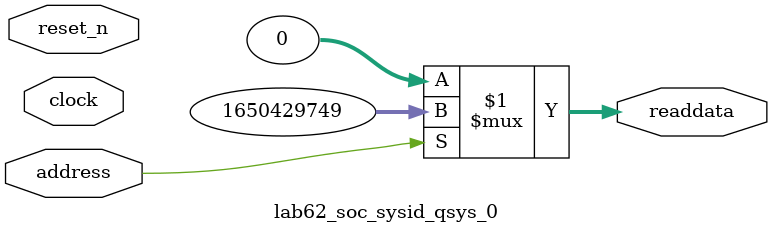
<source format=v>



// synthesis translate_off
`timescale 1ns / 1ps
// synthesis translate_on

// turn off superfluous verilog processor warnings 
// altera message_level Level1 
// altera message_off 10034 10035 10036 10037 10230 10240 10030 

module lab62_soc_sysid_qsys_0 (
               // inputs:
                address,
                clock,
                reset_n,

               // outputs:
                readdata
             )
;

  output  [ 31: 0] readdata;
  input            address;
  input            clock;
  input            reset_n;

  wire    [ 31: 0] readdata;
  //control_slave, which is an e_avalon_slave
  assign readdata = address ? 1650429749 : 0;

endmodule



</source>
